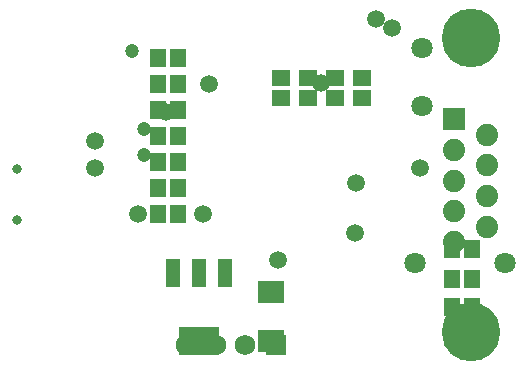
<source format=gbs>
%FSTIX11Y11*%
%MOMM*%
%SFA1B1*%

%IPPOS*%
%ADD32R,1.553210X1.353312*%
%ADD33R,1.353312X1.553210*%
%ADD39C,1.803146*%
%ADD40C,1.203198*%
%ADD41C,1.893062*%
%ADD42R,1.893062X1.893062*%
%ADD43C,4.963160*%
%ADD44C,1.727200*%
%ADD45R,1.727200X1.727200*%
%ADD46C,0.803148*%
%ADD47C,1.503172*%
%ADD48R,1.203198X2.353310*%
%ADD49R,3.453130X2.353310*%
%ADD50R,2.203196X1.903222*%
%LNusb_can-1*%
%LPD*%
G54D32*
X599Y462D03*
Y-17D03*
X23Y17D03*
Y-17D03*
X23D03*
Y17D03*
X23Y-17D03*
Y17D03*
G54D33*
X-156Y17D03*
X-17D03*
X17Y-22D03*
X-17D03*
X17Y-22D03*
X-17D03*
X17Y-22D03*
X-17D03*
X17Y-22D03*
X-17D03*
X17Y-22D03*
X-17D03*
X17Y-22D03*
X-17D03*
X249Y-104D03*
X17D03*
X-17Y25D03*
X17D03*
X-17Y24D03*
X17D03*
X-17Y25D03*
X17D03*
G54D39*
X-48Y-12D03*
X76D03*
X-7Y182D03*
Y-49D03*
G54D40*
X-246Y47D03*
X1Y-88D03*
X0Y22D03*
G54D41*
X263Y-96D03*
X28Y13D03*
X-28Y13D03*
X28Y13D03*
X-28Y13D03*
X28Y13D03*
X-28Y13D03*
X28Y13D03*
G54D42*
X-28Y13D03*
G54D43*
X14Y69D03*
Y-249D03*
G54D44*
X-216Y-11D03*
X25D03*
X-5D03*
G54D45*
X76D03*
G54D46*
X-219Y106D03*
Y43D03*
G54D47*
X102Y-38D03*
X184Y-16D03*
X-129Y16D03*
X64Y-39D03*
X-155Y78D03*
X96Y71D03*
X-96Y-48D03*
X221Y-36D03*
X54Y13D03*
X-24Y118D03*
X-13Y08D03*
X-47Y-54D03*
X-131Y-25D03*
G54D48*
X06Y-136D03*
X22D03*
X22D03*
G54D49*
X-22Y-58D03*
G54D50*
X61Y42D03*
Y-42D03*
M02*
</source>
